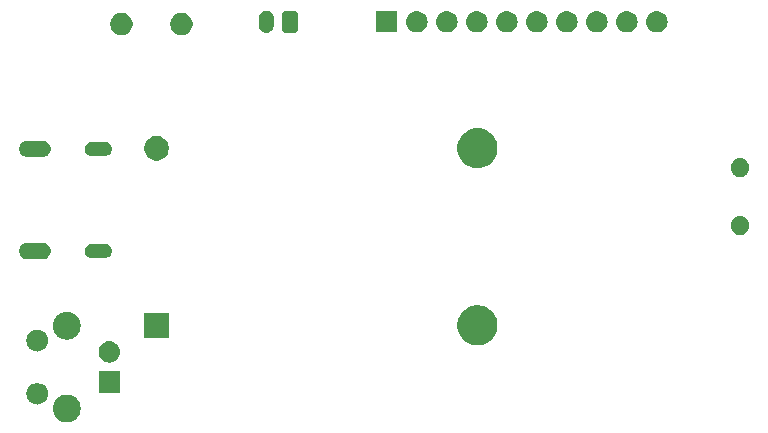
<source format=gbr>
G04 #@! TF.GenerationSoftware,KiCad,Pcbnew,(5.1.4-0-10_14)*
G04 #@! TF.CreationDate,2021-01-21T01:13:21-07:00*
G04 #@! TF.ProjectId,power-switching,706f7765-722d-4737-9769-746368696e67,rev?*
G04 #@! TF.SameCoordinates,Original*
G04 #@! TF.FileFunction,Soldermask,Bot*
G04 #@! TF.FilePolarity,Negative*
%FSLAX46Y46*%
G04 Gerber Fmt 4.6, Leading zero omitted, Abs format (unit mm)*
G04 Created by KiCad (PCBNEW (5.1.4-0-10_14)) date 2021-01-21 01:13:21*
%MOMM*%
%LPD*%
G04 APERTURE LIST*
%ADD10C,0.100000*%
G04 APERTURE END LIST*
D10*
X105643000Y-135550000D02*
G75*
G03X105643000Y-135550000I-1143000J0D01*
G01*
X102889000Y-129800000D02*
G75*
G03X102889000Y-129800000I-889000J0D01*
G01*
X102889000Y-134300000D02*
G75*
G03X102889000Y-134300000I-889000J0D01*
G01*
X105643000Y-128550000D02*
G75*
G03X105643000Y-128550000I-1143000J0D01*
G01*
G36*
X104835443Y-134444194D02*
G01*
X105044729Y-134530884D01*
X105233082Y-134656737D01*
X105393263Y-134816918D01*
X105519116Y-135005271D01*
X105605806Y-135214557D01*
X105650000Y-135436735D01*
X105650000Y-135663265D01*
X105605806Y-135885443D01*
X105519116Y-136094729D01*
X105393263Y-136283082D01*
X105233082Y-136443263D01*
X105044729Y-136569116D01*
X104835443Y-136655806D01*
X104613265Y-136700000D01*
X104386735Y-136700000D01*
X104164557Y-136655806D01*
X103955271Y-136569116D01*
X103766918Y-136443263D01*
X103606737Y-136283082D01*
X103480884Y-136094729D01*
X103394194Y-135885443D01*
X103350000Y-135663265D01*
X103350000Y-135436735D01*
X103394194Y-135214557D01*
X103480884Y-135005271D01*
X103606737Y-134816918D01*
X103766918Y-134656737D01*
X103955271Y-134530884D01*
X104164557Y-134444194D01*
X104386735Y-134400000D01*
X104613265Y-134400000D01*
X104835443Y-134444194D01*
X104835443Y-134444194D01*
G37*
G36*
X102262520Y-133434586D02*
G01*
X102426310Y-133502430D01*
X102573717Y-133600924D01*
X102699076Y-133726283D01*
X102797570Y-133873690D01*
X102865414Y-134037480D01*
X102900000Y-134211358D01*
X102900000Y-134388642D01*
X102865414Y-134562520D01*
X102797570Y-134726310D01*
X102699076Y-134873717D01*
X102573717Y-134999076D01*
X102426310Y-135097570D01*
X102262520Y-135165414D01*
X102088642Y-135200000D01*
X101911358Y-135200000D01*
X101737480Y-135165414D01*
X101573690Y-135097570D01*
X101426283Y-134999076D01*
X101300924Y-134873717D01*
X101202430Y-134726310D01*
X101134586Y-134562520D01*
X101100000Y-134388642D01*
X101100000Y-134211358D01*
X101134586Y-134037480D01*
X101202430Y-133873690D01*
X101300924Y-133726283D01*
X101426283Y-133600924D01*
X101573690Y-133502430D01*
X101737480Y-133434586D01*
X101911358Y-133400000D01*
X102088642Y-133400000D01*
X102262520Y-133434586D01*
X102262520Y-133434586D01*
G37*
G36*
X109000000Y-134200000D02*
G01*
X107200000Y-134200000D01*
X107200000Y-132400000D01*
X109000000Y-132400000D01*
X109000000Y-134200000D01*
X109000000Y-134200000D01*
G37*
G36*
X108276431Y-129873023D02*
G01*
X108422216Y-129917247D01*
X108446085Y-129924487D01*
X108557046Y-129983798D01*
X108602432Y-130008057D01*
X108668797Y-130062521D01*
X108739475Y-130120525D01*
X108851942Y-130257567D01*
X108935513Y-130413915D01*
X108935514Y-130413919D01*
X108986977Y-130583569D01*
X109004354Y-130760000D01*
X108986977Y-130936431D01*
X108942753Y-131082216D01*
X108935513Y-131106085D01*
X108876202Y-131217046D01*
X108851943Y-131262432D01*
X108739475Y-131399475D01*
X108602432Y-131511943D01*
X108557046Y-131536202D01*
X108446085Y-131595513D01*
X108422216Y-131602753D01*
X108276431Y-131646977D01*
X108144207Y-131660000D01*
X108055793Y-131660000D01*
X107923569Y-131646977D01*
X107777784Y-131602753D01*
X107753915Y-131595513D01*
X107642954Y-131536202D01*
X107597568Y-131511943D01*
X107460525Y-131399475D01*
X107348057Y-131262432D01*
X107323798Y-131217046D01*
X107264487Y-131106085D01*
X107257247Y-131082216D01*
X107213023Y-130936431D01*
X107195646Y-130760000D01*
X107213023Y-130583569D01*
X107264486Y-130413919D01*
X107264487Y-130413915D01*
X107348058Y-130257567D01*
X107460525Y-130120525D01*
X107531203Y-130062521D01*
X107597568Y-130008057D01*
X107642954Y-129983798D01*
X107753915Y-129924487D01*
X107777784Y-129917247D01*
X107923569Y-129873023D01*
X108055793Y-129860000D01*
X108144207Y-129860000D01*
X108276431Y-129873023D01*
X108276431Y-129873023D01*
G37*
G36*
X102262520Y-128934586D02*
G01*
X102426310Y-129002430D01*
X102573717Y-129100924D01*
X102699076Y-129226283D01*
X102797570Y-129373690D01*
X102865414Y-129537480D01*
X102900000Y-129711358D01*
X102900000Y-129888642D01*
X102865414Y-130062520D01*
X102797570Y-130226310D01*
X102699076Y-130373717D01*
X102573717Y-130499076D01*
X102426310Y-130597570D01*
X102262520Y-130665414D01*
X102088642Y-130700000D01*
X101911358Y-130700000D01*
X101737480Y-130665414D01*
X101573690Y-130597570D01*
X101426283Y-130499076D01*
X101300924Y-130373717D01*
X101202430Y-130226310D01*
X101134586Y-130062520D01*
X101100000Y-129888642D01*
X101100000Y-129711358D01*
X101134586Y-129537480D01*
X101202430Y-129373690D01*
X101300924Y-129226283D01*
X101426283Y-129100924D01*
X101573690Y-129002430D01*
X101737480Y-128934586D01*
X101911358Y-128900000D01*
X102088642Y-128900000D01*
X102262520Y-128934586D01*
X102262520Y-128934586D01*
G37*
G36*
X139596653Y-126832665D02*
G01*
X139760873Y-126865330D01*
X140070252Y-126993479D01*
X140348688Y-127179524D01*
X140585476Y-127416312D01*
X140771521Y-127694748D01*
X140899670Y-128004127D01*
X140932335Y-128168347D01*
X140965000Y-128332565D01*
X140965000Y-128667435D01*
X140899670Y-128995872D01*
X140771521Y-129305252D01*
X140585477Y-129583687D01*
X140348687Y-129820477D01*
X140193026Y-129924486D01*
X140070252Y-130006521D01*
X139760873Y-130134670D01*
X139432435Y-130200000D01*
X139097565Y-130200000D01*
X138769127Y-130134670D01*
X138459748Y-130006521D01*
X138336974Y-129924486D01*
X138181313Y-129820477D01*
X137944523Y-129583687D01*
X137758479Y-129305252D01*
X137630330Y-128995872D01*
X137565000Y-128667435D01*
X137565000Y-128332565D01*
X137597665Y-128168347D01*
X137630330Y-128004127D01*
X137758479Y-127694748D01*
X137944524Y-127416312D01*
X138181312Y-127179524D01*
X138459748Y-126993479D01*
X138769127Y-126865330D01*
X138933347Y-126832665D01*
X139097565Y-126800000D01*
X139432435Y-126800000D01*
X139596653Y-126832665D01*
X139596653Y-126832665D01*
G37*
G36*
X104835443Y-127444194D02*
G01*
X105044729Y-127530884D01*
X105233082Y-127656737D01*
X105393263Y-127816918D01*
X105519116Y-128005271D01*
X105605806Y-128214557D01*
X105650000Y-128436735D01*
X105650000Y-128663265D01*
X105605806Y-128885443D01*
X105519116Y-129094729D01*
X105393263Y-129283082D01*
X105233082Y-129443263D01*
X105044729Y-129569116D01*
X104835443Y-129655806D01*
X104613265Y-129700000D01*
X104386735Y-129700000D01*
X104164557Y-129655806D01*
X103955271Y-129569116D01*
X103766918Y-129443263D01*
X103606737Y-129283082D01*
X103480884Y-129094729D01*
X103394194Y-128885443D01*
X103350000Y-128663265D01*
X103350000Y-128436735D01*
X103394194Y-128214557D01*
X103480884Y-128005271D01*
X103606737Y-127816918D01*
X103766918Y-127656737D01*
X103955271Y-127530884D01*
X104164557Y-127444194D01*
X104386735Y-127400000D01*
X104613265Y-127400000D01*
X104835443Y-127444194D01*
X104835443Y-127444194D01*
G37*
G36*
X113150000Y-129550000D02*
G01*
X111050000Y-129550000D01*
X111050000Y-127450000D01*
X113150000Y-127450000D01*
X113150000Y-129550000D01*
X113150000Y-129550000D01*
G37*
G36*
X102587224Y-121510128D02*
G01*
X102719175Y-121550155D01*
X102840781Y-121615155D01*
X102947370Y-121702630D01*
X103034845Y-121809219D01*
X103099845Y-121930825D01*
X103139872Y-122062776D01*
X103153387Y-122200000D01*
X103139872Y-122337224D01*
X103099845Y-122469175D01*
X103034845Y-122590781D01*
X102947370Y-122697370D01*
X102840781Y-122784845D01*
X102719175Y-122849845D01*
X102587224Y-122889872D01*
X102484390Y-122900000D01*
X101115610Y-122900000D01*
X101012776Y-122889872D01*
X100880825Y-122849845D01*
X100759219Y-122784845D01*
X100652630Y-122697370D01*
X100565155Y-122590781D01*
X100500155Y-122469175D01*
X100460128Y-122337224D01*
X100446613Y-122200000D01*
X100460128Y-122062776D01*
X100500155Y-121930825D01*
X100565155Y-121809219D01*
X100652630Y-121702630D01*
X100759219Y-121615155D01*
X100880825Y-121550155D01*
X101012776Y-121510128D01*
X101115610Y-121500000D01*
X102484390Y-121500000D01*
X102587224Y-121510128D01*
X102587224Y-121510128D01*
G37*
G36*
X107827621Y-121608682D02*
G01*
X107940721Y-121642990D01*
X108044955Y-121698704D01*
X108044956Y-121698705D01*
X108044958Y-121698706D01*
X108136317Y-121773683D01*
X108211296Y-121865045D01*
X108267010Y-121969279D01*
X108301318Y-122082379D01*
X108312903Y-122200000D01*
X108301318Y-122317621D01*
X108295372Y-122337224D01*
X108267009Y-122430723D01*
X108211294Y-122534958D01*
X108136317Y-122626317D01*
X108044958Y-122701294D01*
X108044956Y-122701295D01*
X108044955Y-122701296D01*
X107940721Y-122757010D01*
X107827621Y-122791318D01*
X107739474Y-122800000D01*
X106580526Y-122800000D01*
X106492379Y-122791318D01*
X106379279Y-122757010D01*
X106275045Y-122701296D01*
X106275044Y-122701295D01*
X106275042Y-122701294D01*
X106183683Y-122626317D01*
X106108706Y-122534958D01*
X106052991Y-122430723D01*
X106024629Y-122337224D01*
X106018682Y-122317621D01*
X106007097Y-122200000D01*
X106018682Y-122082379D01*
X106052990Y-121969279D01*
X106108704Y-121865045D01*
X106183683Y-121773683D01*
X106275042Y-121698706D01*
X106275044Y-121698705D01*
X106275045Y-121698704D01*
X106379279Y-121642990D01*
X106492379Y-121608682D01*
X106580526Y-121600000D01*
X107739474Y-121600000D01*
X107827621Y-121608682D01*
X107827621Y-121608682D01*
G37*
G36*
X161733351Y-119280743D02*
G01*
X161878942Y-119341049D01*
X162009970Y-119428599D01*
X162121401Y-119540030D01*
X162208951Y-119671058D01*
X162269257Y-119816649D01*
X162300000Y-119971207D01*
X162300000Y-120128793D01*
X162269257Y-120283351D01*
X162208951Y-120428942D01*
X162121401Y-120559970D01*
X162009970Y-120671401D01*
X161878942Y-120758951D01*
X161733351Y-120819257D01*
X161578793Y-120850000D01*
X161421207Y-120850000D01*
X161266649Y-120819257D01*
X161121058Y-120758951D01*
X160990030Y-120671401D01*
X160878599Y-120559970D01*
X160791049Y-120428942D01*
X160730743Y-120283351D01*
X160700000Y-120128793D01*
X160700000Y-119971207D01*
X160730743Y-119816649D01*
X160791049Y-119671058D01*
X160878599Y-119540030D01*
X160990030Y-119428599D01*
X161121058Y-119341049D01*
X161266649Y-119280743D01*
X161421207Y-119250000D01*
X161578793Y-119250000D01*
X161733351Y-119280743D01*
X161733351Y-119280743D01*
G37*
G36*
X161733351Y-114380743D02*
G01*
X161878942Y-114441049D01*
X162009970Y-114528599D01*
X162121401Y-114640030D01*
X162208951Y-114771058D01*
X162269257Y-114916649D01*
X162300000Y-115071207D01*
X162300000Y-115228793D01*
X162269257Y-115383351D01*
X162208951Y-115528942D01*
X162121401Y-115659970D01*
X162009970Y-115771401D01*
X161878942Y-115858951D01*
X161733351Y-115919257D01*
X161578793Y-115950000D01*
X161421207Y-115950000D01*
X161266649Y-115919257D01*
X161121058Y-115858951D01*
X160990030Y-115771401D01*
X160878599Y-115659970D01*
X160791049Y-115528942D01*
X160730743Y-115383351D01*
X160700000Y-115228793D01*
X160700000Y-115071207D01*
X160730743Y-114916649D01*
X160791049Y-114771058D01*
X160878599Y-114640030D01*
X160990030Y-114528599D01*
X161121058Y-114441049D01*
X161266649Y-114380743D01*
X161421207Y-114350000D01*
X161578793Y-114350000D01*
X161733351Y-114380743D01*
X161733351Y-114380743D01*
G37*
G36*
X139596653Y-111842665D02*
G01*
X139760873Y-111875330D01*
X140070252Y-112003479D01*
X140348688Y-112189524D01*
X140585476Y-112426312D01*
X140771521Y-112704748D01*
X140899670Y-113014127D01*
X140965000Y-113342566D01*
X140965000Y-113677434D01*
X140899670Y-114005873D01*
X140835828Y-114160000D01*
X140771521Y-114315252D01*
X140585477Y-114593687D01*
X140348687Y-114830477D01*
X140219721Y-114916649D01*
X140070252Y-115016521D01*
X139760873Y-115144670D01*
X139596653Y-115177335D01*
X139432435Y-115210000D01*
X139097565Y-115210000D01*
X138933347Y-115177335D01*
X138769127Y-115144670D01*
X138459748Y-115016521D01*
X138310279Y-114916649D01*
X138181313Y-114830477D01*
X137944523Y-114593687D01*
X137758479Y-114315252D01*
X137694172Y-114160000D01*
X137630330Y-114005873D01*
X137565000Y-113677434D01*
X137565000Y-113342566D01*
X137630330Y-113014127D01*
X137758479Y-112704748D01*
X137944524Y-112426312D01*
X138181312Y-112189524D01*
X138459748Y-112003479D01*
X138769127Y-111875330D01*
X138933347Y-111842665D01*
X139097565Y-111810000D01*
X139432435Y-111810000D01*
X139596653Y-111842665D01*
X139596653Y-111842665D01*
G37*
G36*
X112406274Y-112500350D02*
G01*
X112597362Y-112579502D01*
X112769336Y-112694411D01*
X112915589Y-112840664D01*
X113030498Y-113012638D01*
X113109650Y-113203726D01*
X113150000Y-113406584D01*
X113150000Y-113613416D01*
X113109650Y-113816274D01*
X113030498Y-114007362D01*
X112915589Y-114179336D01*
X112769336Y-114325589D01*
X112597362Y-114440498D01*
X112406274Y-114519650D01*
X112203416Y-114560000D01*
X111996584Y-114560000D01*
X111793726Y-114519650D01*
X111602638Y-114440498D01*
X111430664Y-114325589D01*
X111284411Y-114179336D01*
X111169502Y-114007362D01*
X111090350Y-113816274D01*
X111050000Y-113613416D01*
X111050000Y-113406584D01*
X111090350Y-113203726D01*
X111169502Y-113012638D01*
X111284411Y-112840664D01*
X111430664Y-112694411D01*
X111602638Y-112579502D01*
X111793726Y-112500350D01*
X111996584Y-112460000D01*
X112203416Y-112460000D01*
X112406274Y-112500350D01*
X112406274Y-112500350D01*
G37*
G36*
X102587224Y-112870128D02*
G01*
X102719175Y-112910155D01*
X102840781Y-112975155D01*
X102947370Y-113062630D01*
X103034845Y-113169219D01*
X103099845Y-113290825D01*
X103139872Y-113422776D01*
X103153387Y-113560000D01*
X103139872Y-113697224D01*
X103099845Y-113829175D01*
X103034845Y-113950781D01*
X102947370Y-114057370D01*
X102840781Y-114144845D01*
X102719175Y-114209845D01*
X102587224Y-114249872D01*
X102484390Y-114260000D01*
X101115610Y-114260000D01*
X101012776Y-114249872D01*
X100880825Y-114209845D01*
X100759219Y-114144845D01*
X100652630Y-114057370D01*
X100565155Y-113950781D01*
X100500155Y-113829175D01*
X100460128Y-113697224D01*
X100446613Y-113560000D01*
X100460128Y-113422776D01*
X100500155Y-113290825D01*
X100565155Y-113169219D01*
X100652630Y-113062630D01*
X100759219Y-112975155D01*
X100880825Y-112910155D01*
X101012776Y-112870128D01*
X101115610Y-112860000D01*
X102484390Y-112860000D01*
X102587224Y-112870128D01*
X102587224Y-112870128D01*
G37*
G36*
X107827621Y-112968682D02*
G01*
X107940721Y-113002990D01*
X108044955Y-113058704D01*
X108044956Y-113058705D01*
X108044958Y-113058706D01*
X108136317Y-113133683D01*
X108211296Y-113225045D01*
X108267010Y-113329279D01*
X108301318Y-113442379D01*
X108312903Y-113560000D01*
X108301318Y-113677621D01*
X108295372Y-113697224D01*
X108267009Y-113790723D01*
X108211294Y-113894958D01*
X108136317Y-113986317D01*
X108044958Y-114061294D01*
X108044956Y-114061295D01*
X108044955Y-114061296D01*
X107940721Y-114117010D01*
X107827621Y-114151318D01*
X107739474Y-114160000D01*
X106580526Y-114160000D01*
X106492379Y-114151318D01*
X106379279Y-114117010D01*
X106275045Y-114061296D01*
X106275044Y-114061295D01*
X106275042Y-114061294D01*
X106183683Y-113986317D01*
X106108706Y-113894958D01*
X106052991Y-113790723D01*
X106024629Y-113697224D01*
X106018682Y-113677621D01*
X106007097Y-113560000D01*
X106018682Y-113442379D01*
X106052990Y-113329279D01*
X106108704Y-113225045D01*
X106183683Y-113133683D01*
X106275042Y-113058706D01*
X106275044Y-113058705D01*
X106275045Y-113058704D01*
X106379279Y-113002990D01*
X106492379Y-112968682D01*
X106580526Y-112960000D01*
X107739474Y-112960000D01*
X107827621Y-112968682D01*
X107827621Y-112968682D01*
G37*
G36*
X114477601Y-102084873D02*
G01*
X114650799Y-102156614D01*
X114806673Y-102260766D01*
X114939234Y-102393327D01*
X115043386Y-102549201D01*
X115115127Y-102722399D01*
X115151700Y-102906266D01*
X115151700Y-103093734D01*
X115115127Y-103277601D01*
X115043386Y-103450799D01*
X114939234Y-103606673D01*
X114806673Y-103739234D01*
X114650799Y-103843386D01*
X114477601Y-103915127D01*
X114293734Y-103951700D01*
X114106266Y-103951700D01*
X113922399Y-103915127D01*
X113749201Y-103843386D01*
X113593327Y-103739234D01*
X113460766Y-103606673D01*
X113356614Y-103450799D01*
X113284873Y-103277601D01*
X113248300Y-103093734D01*
X113248300Y-102906266D01*
X113284873Y-102722399D01*
X113356614Y-102549201D01*
X113460766Y-102393327D01*
X113593327Y-102260766D01*
X113749201Y-102156614D01*
X113922399Y-102084873D01*
X114106266Y-102048300D01*
X114293734Y-102048300D01*
X114477601Y-102084873D01*
X114477601Y-102084873D01*
G37*
G36*
X109397601Y-102084873D02*
G01*
X109570799Y-102156614D01*
X109726673Y-102260766D01*
X109859234Y-102393327D01*
X109963386Y-102549201D01*
X110035127Y-102722399D01*
X110071700Y-102906266D01*
X110071700Y-103093734D01*
X110035127Y-103277601D01*
X109963386Y-103450799D01*
X109859234Y-103606673D01*
X109726673Y-103739234D01*
X109570799Y-103843386D01*
X109397601Y-103915127D01*
X109213734Y-103951700D01*
X109026266Y-103951700D01*
X108842399Y-103915127D01*
X108669201Y-103843386D01*
X108513327Y-103739234D01*
X108380766Y-103606673D01*
X108276614Y-103450799D01*
X108204873Y-103277601D01*
X108168300Y-103093734D01*
X108168300Y-102906266D01*
X108204873Y-102722399D01*
X108276614Y-102549201D01*
X108380766Y-102393327D01*
X108513327Y-102260766D01*
X108669201Y-102156614D01*
X108842399Y-102084873D01*
X109026266Y-102048300D01*
X109213734Y-102048300D01*
X109397601Y-102084873D01*
X109397601Y-102084873D01*
G37*
G36*
X121527422Y-101884405D02*
G01*
X121649948Y-101921573D01*
X121649951Y-101921575D01*
X121649952Y-101921575D01*
X121762869Y-101981930D01*
X121861844Y-102063156D01*
X121943070Y-102162131D01*
X121995791Y-102260766D01*
X122003427Y-102275052D01*
X122040595Y-102397578D01*
X122050000Y-102493068D01*
X122050000Y-103106932D01*
X122040595Y-103202422D01*
X122003427Y-103324948D01*
X122003425Y-103324951D01*
X122003425Y-103324952D01*
X121943070Y-103437869D01*
X121861843Y-103536844D01*
X121762868Y-103618070D01*
X121649951Y-103678425D01*
X121649947Y-103678427D01*
X121527421Y-103715595D01*
X121400000Y-103728145D01*
X121272578Y-103715595D01*
X121150052Y-103678427D01*
X121150048Y-103678425D01*
X121037131Y-103618070D01*
X120938156Y-103536843D01*
X120856930Y-103437868D01*
X120796575Y-103324951D01*
X120796574Y-103324948D01*
X120796573Y-103324947D01*
X120759405Y-103202421D01*
X120750000Y-103106931D01*
X120750000Y-102493068D01*
X120759405Y-102397578D01*
X120796573Y-102275052D01*
X120804209Y-102260766D01*
X120856930Y-102162131D01*
X120938157Y-102063156D01*
X121037132Y-101981930D01*
X121150049Y-101921575D01*
X121150050Y-101921575D01*
X121150053Y-101921573D01*
X121272579Y-101884405D01*
X121400000Y-101871855D01*
X121527422Y-101884405D01*
X121527422Y-101884405D01*
G37*
G36*
X123843722Y-101880043D02*
G01*
X123891766Y-101894617D01*
X123936049Y-101918287D01*
X123974861Y-101950139D01*
X124006713Y-101988951D01*
X124030383Y-102033234D01*
X124044957Y-102081278D01*
X124050000Y-102132482D01*
X124050000Y-103467518D01*
X124044957Y-103518722D01*
X124030383Y-103566766D01*
X124006713Y-103611049D01*
X123974861Y-103649861D01*
X123936049Y-103681713D01*
X123891766Y-103705383D01*
X123843722Y-103719957D01*
X123792518Y-103725000D01*
X123007482Y-103725000D01*
X122956278Y-103719957D01*
X122908234Y-103705383D01*
X122863951Y-103681713D01*
X122825139Y-103649861D01*
X122793287Y-103611049D01*
X122769617Y-103566766D01*
X122755043Y-103518722D01*
X122750000Y-103467518D01*
X122750000Y-102132482D01*
X122755043Y-102081278D01*
X122769617Y-102033234D01*
X122793287Y-101988951D01*
X122825139Y-101950139D01*
X122863951Y-101918287D01*
X122908234Y-101894617D01*
X122956278Y-101880043D01*
X123007482Y-101875000D01*
X123792518Y-101875000D01*
X123843722Y-101880043D01*
X123843722Y-101880043D01*
G37*
G36*
X132500000Y-103700000D02*
G01*
X130700000Y-103700000D01*
X130700000Y-101900000D01*
X132500000Y-101900000D01*
X132500000Y-103700000D01*
X132500000Y-103700000D01*
G37*
G36*
X134316431Y-101913023D02*
G01*
X134438785Y-101950139D01*
X134486085Y-101964487D01*
X134597046Y-102023798D01*
X134642432Y-102048057D01*
X134779475Y-102160525D01*
X134873465Y-102275052D01*
X134891942Y-102297567D01*
X134975513Y-102453915D01*
X134975514Y-102453919D01*
X135026977Y-102623569D01*
X135044354Y-102800000D01*
X135026977Y-102976431D01*
X134987391Y-103106927D01*
X134975513Y-103146085D01*
X134916202Y-103257046D01*
X134891943Y-103302432D01*
X134779475Y-103439475D01*
X134642432Y-103551943D01*
X134614700Y-103566766D01*
X134486085Y-103635513D01*
X134462216Y-103642753D01*
X134316431Y-103686977D01*
X134184207Y-103700000D01*
X134095793Y-103700000D01*
X133963569Y-103686977D01*
X133817784Y-103642753D01*
X133793915Y-103635513D01*
X133665300Y-103566766D01*
X133637568Y-103551943D01*
X133500525Y-103439475D01*
X133388057Y-103302432D01*
X133363798Y-103257046D01*
X133304487Y-103146085D01*
X133292609Y-103106927D01*
X133253023Y-102976431D01*
X133235646Y-102800000D01*
X133253023Y-102623569D01*
X133304486Y-102453919D01*
X133304487Y-102453915D01*
X133388058Y-102297567D01*
X133406536Y-102275052D01*
X133500525Y-102160525D01*
X133637568Y-102048057D01*
X133682954Y-102023798D01*
X133793915Y-101964487D01*
X133841215Y-101950139D01*
X133963569Y-101913023D01*
X134095793Y-101900000D01*
X134184207Y-101900000D01*
X134316431Y-101913023D01*
X134316431Y-101913023D01*
G37*
G36*
X136856431Y-101913023D02*
G01*
X136978785Y-101950139D01*
X137026085Y-101964487D01*
X137137046Y-102023798D01*
X137182432Y-102048057D01*
X137319475Y-102160525D01*
X137413465Y-102275052D01*
X137431942Y-102297567D01*
X137515513Y-102453915D01*
X137515514Y-102453919D01*
X137566977Y-102623569D01*
X137584354Y-102800000D01*
X137566977Y-102976431D01*
X137527391Y-103106927D01*
X137515513Y-103146085D01*
X137456202Y-103257046D01*
X137431943Y-103302432D01*
X137319475Y-103439475D01*
X137182432Y-103551943D01*
X137154700Y-103566766D01*
X137026085Y-103635513D01*
X137002216Y-103642753D01*
X136856431Y-103686977D01*
X136724207Y-103700000D01*
X136635793Y-103700000D01*
X136503569Y-103686977D01*
X136357784Y-103642753D01*
X136333915Y-103635513D01*
X136205300Y-103566766D01*
X136177568Y-103551943D01*
X136040525Y-103439475D01*
X135928057Y-103302432D01*
X135903798Y-103257046D01*
X135844487Y-103146085D01*
X135832609Y-103106927D01*
X135793023Y-102976431D01*
X135775646Y-102800000D01*
X135793023Y-102623569D01*
X135844486Y-102453919D01*
X135844487Y-102453915D01*
X135928058Y-102297567D01*
X135946536Y-102275052D01*
X136040525Y-102160525D01*
X136177568Y-102048057D01*
X136222954Y-102023798D01*
X136333915Y-101964487D01*
X136381215Y-101950139D01*
X136503569Y-101913023D01*
X136635793Y-101900000D01*
X136724207Y-101900000D01*
X136856431Y-101913023D01*
X136856431Y-101913023D01*
G37*
G36*
X139396431Y-101913023D02*
G01*
X139518785Y-101950139D01*
X139566085Y-101964487D01*
X139677046Y-102023798D01*
X139722432Y-102048057D01*
X139859475Y-102160525D01*
X139953465Y-102275052D01*
X139971942Y-102297567D01*
X140055513Y-102453915D01*
X140055514Y-102453919D01*
X140106977Y-102623569D01*
X140124354Y-102800000D01*
X140106977Y-102976431D01*
X140067391Y-103106927D01*
X140055513Y-103146085D01*
X139996202Y-103257046D01*
X139971943Y-103302432D01*
X139859475Y-103439475D01*
X139722432Y-103551943D01*
X139694700Y-103566766D01*
X139566085Y-103635513D01*
X139542216Y-103642753D01*
X139396431Y-103686977D01*
X139264207Y-103700000D01*
X139175793Y-103700000D01*
X139043569Y-103686977D01*
X138897784Y-103642753D01*
X138873915Y-103635513D01*
X138745300Y-103566766D01*
X138717568Y-103551943D01*
X138580525Y-103439475D01*
X138468057Y-103302432D01*
X138443798Y-103257046D01*
X138384487Y-103146085D01*
X138372609Y-103106927D01*
X138333023Y-102976431D01*
X138315646Y-102800000D01*
X138333023Y-102623569D01*
X138384486Y-102453919D01*
X138384487Y-102453915D01*
X138468058Y-102297567D01*
X138486536Y-102275052D01*
X138580525Y-102160525D01*
X138717568Y-102048057D01*
X138762954Y-102023798D01*
X138873915Y-101964487D01*
X138921215Y-101950139D01*
X139043569Y-101913023D01*
X139175793Y-101900000D01*
X139264207Y-101900000D01*
X139396431Y-101913023D01*
X139396431Y-101913023D01*
G37*
G36*
X154636431Y-101913023D02*
G01*
X154758785Y-101950139D01*
X154806085Y-101964487D01*
X154917046Y-102023798D01*
X154962432Y-102048057D01*
X155099475Y-102160525D01*
X155193465Y-102275052D01*
X155211942Y-102297567D01*
X155295513Y-102453915D01*
X155295514Y-102453919D01*
X155346977Y-102623569D01*
X155364354Y-102800000D01*
X155346977Y-102976431D01*
X155307391Y-103106927D01*
X155295513Y-103146085D01*
X155236202Y-103257046D01*
X155211943Y-103302432D01*
X155099475Y-103439475D01*
X154962432Y-103551943D01*
X154934700Y-103566766D01*
X154806085Y-103635513D01*
X154782216Y-103642753D01*
X154636431Y-103686977D01*
X154504207Y-103700000D01*
X154415793Y-103700000D01*
X154283569Y-103686977D01*
X154137784Y-103642753D01*
X154113915Y-103635513D01*
X153985300Y-103566766D01*
X153957568Y-103551943D01*
X153820525Y-103439475D01*
X153708057Y-103302432D01*
X153683798Y-103257046D01*
X153624487Y-103146085D01*
X153612609Y-103106927D01*
X153573023Y-102976431D01*
X153555646Y-102800000D01*
X153573023Y-102623569D01*
X153624486Y-102453919D01*
X153624487Y-102453915D01*
X153708058Y-102297567D01*
X153726536Y-102275052D01*
X153820525Y-102160525D01*
X153957568Y-102048057D01*
X154002954Y-102023798D01*
X154113915Y-101964487D01*
X154161215Y-101950139D01*
X154283569Y-101913023D01*
X154415793Y-101900000D01*
X154504207Y-101900000D01*
X154636431Y-101913023D01*
X154636431Y-101913023D01*
G37*
G36*
X152096431Y-101913023D02*
G01*
X152218785Y-101950139D01*
X152266085Y-101964487D01*
X152377046Y-102023798D01*
X152422432Y-102048057D01*
X152559475Y-102160525D01*
X152653465Y-102275052D01*
X152671942Y-102297567D01*
X152755513Y-102453915D01*
X152755514Y-102453919D01*
X152806977Y-102623569D01*
X152824354Y-102800000D01*
X152806977Y-102976431D01*
X152767391Y-103106927D01*
X152755513Y-103146085D01*
X152696202Y-103257046D01*
X152671943Y-103302432D01*
X152559475Y-103439475D01*
X152422432Y-103551943D01*
X152394700Y-103566766D01*
X152266085Y-103635513D01*
X152242216Y-103642753D01*
X152096431Y-103686977D01*
X151964207Y-103700000D01*
X151875793Y-103700000D01*
X151743569Y-103686977D01*
X151597784Y-103642753D01*
X151573915Y-103635513D01*
X151445300Y-103566766D01*
X151417568Y-103551943D01*
X151280525Y-103439475D01*
X151168057Y-103302432D01*
X151143798Y-103257046D01*
X151084487Y-103146085D01*
X151072609Y-103106927D01*
X151033023Y-102976431D01*
X151015646Y-102800000D01*
X151033023Y-102623569D01*
X151084486Y-102453919D01*
X151084487Y-102453915D01*
X151168058Y-102297567D01*
X151186536Y-102275052D01*
X151280525Y-102160525D01*
X151417568Y-102048057D01*
X151462954Y-102023798D01*
X151573915Y-101964487D01*
X151621215Y-101950139D01*
X151743569Y-101913023D01*
X151875793Y-101900000D01*
X151964207Y-101900000D01*
X152096431Y-101913023D01*
X152096431Y-101913023D01*
G37*
G36*
X149556431Y-101913023D02*
G01*
X149678785Y-101950139D01*
X149726085Y-101964487D01*
X149837046Y-102023798D01*
X149882432Y-102048057D01*
X150019475Y-102160525D01*
X150113465Y-102275052D01*
X150131942Y-102297567D01*
X150215513Y-102453915D01*
X150215514Y-102453919D01*
X150266977Y-102623569D01*
X150284354Y-102800000D01*
X150266977Y-102976431D01*
X150227391Y-103106927D01*
X150215513Y-103146085D01*
X150156202Y-103257046D01*
X150131943Y-103302432D01*
X150019475Y-103439475D01*
X149882432Y-103551943D01*
X149854700Y-103566766D01*
X149726085Y-103635513D01*
X149702216Y-103642753D01*
X149556431Y-103686977D01*
X149424207Y-103700000D01*
X149335793Y-103700000D01*
X149203569Y-103686977D01*
X149057784Y-103642753D01*
X149033915Y-103635513D01*
X148905300Y-103566766D01*
X148877568Y-103551943D01*
X148740525Y-103439475D01*
X148628057Y-103302432D01*
X148603798Y-103257046D01*
X148544487Y-103146085D01*
X148532609Y-103106927D01*
X148493023Y-102976431D01*
X148475646Y-102800000D01*
X148493023Y-102623569D01*
X148544486Y-102453919D01*
X148544487Y-102453915D01*
X148628058Y-102297567D01*
X148646536Y-102275052D01*
X148740525Y-102160525D01*
X148877568Y-102048057D01*
X148922954Y-102023798D01*
X149033915Y-101964487D01*
X149081215Y-101950139D01*
X149203569Y-101913023D01*
X149335793Y-101900000D01*
X149424207Y-101900000D01*
X149556431Y-101913023D01*
X149556431Y-101913023D01*
G37*
G36*
X147016431Y-101913023D02*
G01*
X147138785Y-101950139D01*
X147186085Y-101964487D01*
X147297046Y-102023798D01*
X147342432Y-102048057D01*
X147479475Y-102160525D01*
X147573465Y-102275052D01*
X147591942Y-102297567D01*
X147675513Y-102453915D01*
X147675514Y-102453919D01*
X147726977Y-102623569D01*
X147744354Y-102800000D01*
X147726977Y-102976431D01*
X147687391Y-103106927D01*
X147675513Y-103146085D01*
X147616202Y-103257046D01*
X147591943Y-103302432D01*
X147479475Y-103439475D01*
X147342432Y-103551943D01*
X147314700Y-103566766D01*
X147186085Y-103635513D01*
X147162216Y-103642753D01*
X147016431Y-103686977D01*
X146884207Y-103700000D01*
X146795793Y-103700000D01*
X146663569Y-103686977D01*
X146517784Y-103642753D01*
X146493915Y-103635513D01*
X146365300Y-103566766D01*
X146337568Y-103551943D01*
X146200525Y-103439475D01*
X146088057Y-103302432D01*
X146063798Y-103257046D01*
X146004487Y-103146085D01*
X145992609Y-103106927D01*
X145953023Y-102976431D01*
X145935646Y-102800000D01*
X145953023Y-102623569D01*
X146004486Y-102453919D01*
X146004487Y-102453915D01*
X146088058Y-102297567D01*
X146106536Y-102275052D01*
X146200525Y-102160525D01*
X146337568Y-102048057D01*
X146382954Y-102023798D01*
X146493915Y-101964487D01*
X146541215Y-101950139D01*
X146663569Y-101913023D01*
X146795793Y-101900000D01*
X146884207Y-101900000D01*
X147016431Y-101913023D01*
X147016431Y-101913023D01*
G37*
G36*
X144476431Y-101913023D02*
G01*
X144598785Y-101950139D01*
X144646085Y-101964487D01*
X144757046Y-102023798D01*
X144802432Y-102048057D01*
X144939475Y-102160525D01*
X145033465Y-102275052D01*
X145051942Y-102297567D01*
X145135513Y-102453915D01*
X145135514Y-102453919D01*
X145186977Y-102623569D01*
X145204354Y-102800000D01*
X145186977Y-102976431D01*
X145147391Y-103106927D01*
X145135513Y-103146085D01*
X145076202Y-103257046D01*
X145051943Y-103302432D01*
X144939475Y-103439475D01*
X144802432Y-103551943D01*
X144774700Y-103566766D01*
X144646085Y-103635513D01*
X144622216Y-103642753D01*
X144476431Y-103686977D01*
X144344207Y-103700000D01*
X144255793Y-103700000D01*
X144123569Y-103686977D01*
X143977784Y-103642753D01*
X143953915Y-103635513D01*
X143825300Y-103566766D01*
X143797568Y-103551943D01*
X143660525Y-103439475D01*
X143548057Y-103302432D01*
X143523798Y-103257046D01*
X143464487Y-103146085D01*
X143452609Y-103106927D01*
X143413023Y-102976431D01*
X143395646Y-102800000D01*
X143413023Y-102623569D01*
X143464486Y-102453919D01*
X143464487Y-102453915D01*
X143548058Y-102297567D01*
X143566536Y-102275052D01*
X143660525Y-102160525D01*
X143797568Y-102048057D01*
X143842954Y-102023798D01*
X143953915Y-101964487D01*
X144001215Y-101950139D01*
X144123569Y-101913023D01*
X144255793Y-101900000D01*
X144344207Y-101900000D01*
X144476431Y-101913023D01*
X144476431Y-101913023D01*
G37*
G36*
X141936431Y-101913023D02*
G01*
X142058785Y-101950139D01*
X142106085Y-101964487D01*
X142217046Y-102023798D01*
X142262432Y-102048057D01*
X142399475Y-102160525D01*
X142493465Y-102275052D01*
X142511942Y-102297567D01*
X142595513Y-102453915D01*
X142595514Y-102453919D01*
X142646977Y-102623569D01*
X142664354Y-102800000D01*
X142646977Y-102976431D01*
X142607391Y-103106927D01*
X142595513Y-103146085D01*
X142536202Y-103257046D01*
X142511943Y-103302432D01*
X142399475Y-103439475D01*
X142262432Y-103551943D01*
X142234700Y-103566766D01*
X142106085Y-103635513D01*
X142082216Y-103642753D01*
X141936431Y-103686977D01*
X141804207Y-103700000D01*
X141715793Y-103700000D01*
X141583569Y-103686977D01*
X141437784Y-103642753D01*
X141413915Y-103635513D01*
X141285300Y-103566766D01*
X141257568Y-103551943D01*
X141120525Y-103439475D01*
X141008057Y-103302432D01*
X140983798Y-103257046D01*
X140924487Y-103146085D01*
X140912609Y-103106927D01*
X140873023Y-102976431D01*
X140855646Y-102800000D01*
X140873023Y-102623569D01*
X140924486Y-102453919D01*
X140924487Y-102453915D01*
X141008058Y-102297567D01*
X141026536Y-102275052D01*
X141120525Y-102160525D01*
X141257568Y-102048057D01*
X141302954Y-102023798D01*
X141413915Y-101964487D01*
X141461215Y-101950139D01*
X141583569Y-101913023D01*
X141715793Y-101900000D01*
X141804207Y-101900000D01*
X141936431Y-101913023D01*
X141936431Y-101913023D01*
G37*
M02*

</source>
